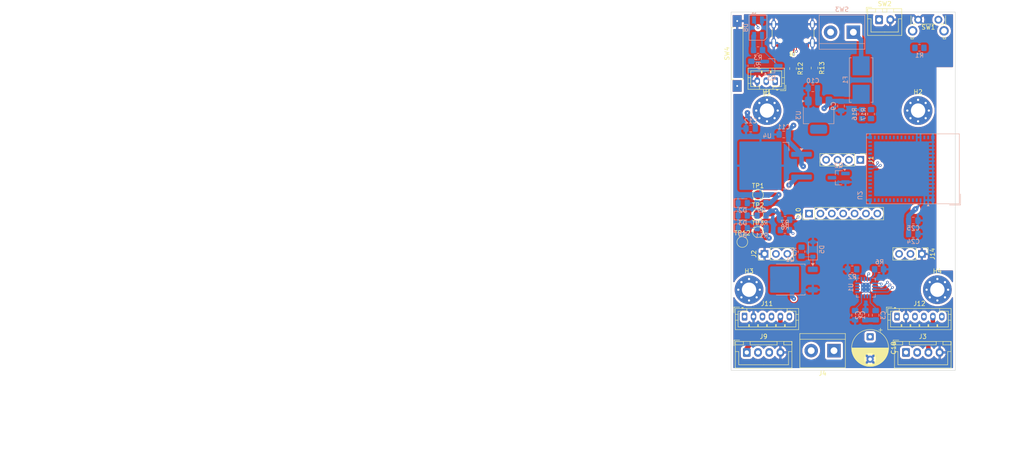
<source format=kicad_pcb>
(kicad_pcb (version 20241229) (generator "pcbnew") (generator_version "9.0")
  (layers (0 "F.Cu" signal) (4 "In1.Cu" signal) (6 "In2.Cu" signal) (2 "B.Cu" signal) (13 "F.Paste" user) (15 "B.Paste" user) (5 "F.SilkS" user "F.Silkscreen") (7 "B.SilkS" user "B.Silkscreen") (1 "F.Mask" user) (3 "B.Mask" user) (25 "Edge.Cuts" user))
  (net 0 "")
  (net 1 "I2C_scl")
  (net 2 "Net-(J1-Pin_1)")
  (net 3 "+3.3V")
  (net 4 "I2C_sda")
  (net 5 "EN_SCREEN")
  (net 6 "GND")
  (net 7 "tft_scl")
  (net 8 "Net-(D8-DOUT)")
  (net 9 "Net-(D8-DIN)")
  (net 10 "tft_dc")
  (net 11 "tft_cs")
  (net 12 "NEOPIXEL")
  (net 13 "tft_rst")
  (net 14 "sw_team")
  (net 15 "sw_tirette")
  (net 16 "motor_enable")
  (net 17 "motor_a+")
  (net 18 "motor_a-")
  (net 19 "motor_b-")
  (net 20 "SERVO1")
  (net 21 "+5V")
  (net 22 "RX_lidar")
  (net 23 "TX_lidar")
  (net 24 "SERVO2")
  (net 25 "+BATT")
  (net 26 "Net-(D2-A)")
  (net 27 "Net-(D3-A)")
  (net 28 "Net-(D4-A)")
  (net 29 "Net-(D5-K)")
  (net 30 "Net-(SW3-A)")
  (net 31 "Net-(J4-Pin_1)")
  (net 32 "Net-(J4-Pin_2)")
  (net 33 "LEVEL_BATTERY")
  (net 35 "Net-(U2-EN)")
  (net 42 "motor_b+")
  (net 44 "motor_a_sense")
  (net 74 "motor_b_sense")
  (net 75 "motor_fault")
  (net 76 "Net-(U1-VCP)")
  (net 77 "Net-(U1-VINT)")
  (net 78 "usb_d-")
  (net 79 "usb_d+")
  (net 80 "Net-(J8-VBUS-PadA4)")
  (net 81 "Net-(J11-Pin_1)")
  (net 82 "Net-(J11-Pin_6)")
  (net 83 "motor_enc_a-")
  (net 84 "motor_enc_a+")
  (net 85 "motor_enc_b-")
  (net 86 "Net-(J12-Pin_6)")
  (net 87 "motor_enc_b+")
  (net 88 "Net-(J12-Pin_1)")
  (net 89 "Net-(J8-CC2)")
  (net 90 "Net-(J8-CC1)")
  (footprint "MountingHole:MountingHole_3.2mm_M3_Pad_Via" (layer "F.Cu") (at 229.697056 48)
    (property "Reference" "H2")
    (property "Value" "MountingHole")
  )
  (footprint "TestPoint:TestPoint_Pad_D2.0mm" (layer "F.Cu") (at 194 66.796)
    (property "Reference" "TP1")
    (property "Value" "TestPoint")
  )
  (footprint "Connector_JST:JST_XH_B4B-XH-A_1x04_P2.50mm_Vertical" (layer "F.Cu") (at 191.5 102)
    (property "Reference" "J9")
    (property "Value" "Conn_01x04_Pin")
  )
  (footprint "Connector_JST:JST_PH_B3B-PH-K_1x03_P2.00mm_Vertical" (layer "F.Cu") (at 197.834 41.444 180)
    (property "Reference" "J7")
    (property "Value" "Conn_01x03_Pin")
  )
  (footprint "TerminalBlock:TerminalBlock_bornier-2_P5.08mm" (layer "F.Cu") (at 210.947 101.6 180)
    (property "Reference" "J4")
    (property "Value" "Conn_01x02_Pin")
  )
  (footprint "MountingHole:MountingHole_3.2mm_M3_Pad_Via" (layer "F.Cu") (at 234 88)
    (property "Reference" "H4")
    (property "Value" "MountingHole")
  )
  (footprint "Connector_JST:JST_PH_B6B-PH-K_1x06_P2.00mm_Vertical" (layer "F.Cu") (at 225 94)
    (property "Reference" "J12")
    (property "Value" "Conn_01x06")
  )
  (footprint "Connector_JST:JST_XH_B2B-XH-A_1x02_P2.50mm_Vertical" (layer "F.Cu") (at 221 27.7125)
    (property "Reference" "SW2")
    (property "Value" "SW_DIP_x01")
  )
  (footprint "Button_Switch_THT:SW_Tactile_SPST_Angled_PTS645Vx39-2LFS" (layer "F.Cu") (at 229.725 27.7125)
    (property "Reference" "SW1")
    (property "Value" "SW_Push")
  )
  (footprint "TestPoint:TestPoint_Pad_D2.0mm" (layer "F.Cu") (at 194 75.12)
    (property "Reference" "TP3")
    (property "Value" "TestPoint")
  )
  (footprint "Connector_PinHeader_2.54mm:PinHeader_1x04_P2.54mm_Vertical" (layer "F.Cu") (at 216.81 59 -90)
    (property "Reference" "J1")
    (property "Value" "Conn_01x04_Socket")
  )
  (footprint "Connector_USB:USB_C_Receptacle_GCT_USB4105-xx-A_16P_TopMnt_Horizontal" (layer "F.Cu") (at 201.82 29.8 180)
    (property "Reference" "J8")
    (property "Value" "USB_C_Receptacle_USB2.0_14P")
  )
  (footprint "TestPoint:TestPoint_Pad_D2.0mm" (layer "F.Cu") (at 194 71.12)
    (property "Reference" "TP2")
    (property "Value" "TestPoint")
  )
  (footprint "Connector_PinHeader_2.54mm:PinHeader_1x03_P2.54mm_Vertical" (layer "F.Cu") (at 230.54 80 -90)
    (property "Reference" "J14")
    (property "Value" "Conn_01x03_Pin")
  )
  (footprint "MountingHole:MountingHole_3.2mm_M3_Pad_Via" (layer "F.Cu") (at 196 48)
    (property "Reference" "H1")
    (property "Value" "MountingHole")
  )
  (footprint "Connector_PinHeader_2.54mm:PinHeader_1x07_P2.54mm_Vertical" (layer "F.Cu") (at 205.38 71 90)
    (property "Reference" "J10")
    (property "Value" "Conn_01x07_Socket")
  )
  (footprint "Connector_JST:JST_XH_B4B-XH-A_1x04_P2.50mm_Vertical" (layer "F.Cu") (at 227 102)
    (property "Reference" "J3")
    (property "Value" "Conn_01x04_Pin")
  )
  (footprint "CustomLibrary:SW_REED" (layer "F.Cu") (at 189.357 35.2645 -90)
    (property "Reference" "SW4")
    (property "Value" "SW_Reed")
  )
  (footprint "Resistor_SMD:R_0805_2012Metric_Pad1.20x1.40mm_HandSolder" (layer "F.Cu") (at 201.803 38.624 -90)
    (property "Reference" "R12")
    (property "Value" "5.1k")
  )
  (footprint "TestPoint:TestPoint_Pad_D2.0mm" (layer "F.Cu") (at 190.5 77.343)
    (property "Reference" "TP12")
    (property "Value" "TestPoint")
  )
  (footprint "Connector_PinHeader_2.54mm:PinHeader_1x03_P2.54mm_Vertical" (layer "F.Cu") (at 195.46 80 90)
    (property "Reference" "J2")
    (property "Value" "Conn_01x03_Pin")
  )
  (footprint "Capacitor_THT:CP_Radial_D8.0mm_P5.00mm" (layer "F.Cu") (at 219 98.5 -90)
    (property "Reference" "C18")
    (property "Value" "220u")
  )
  (footprint "Resistor_SMD:R_0805_2012Metric_Pad1.20x1.40mm_HandSolder" (layer "F.Cu") (at 206.6 38.497 -90)
    (property "Reference" "R13")
    (property "Value" "5.1k")
  )
  (footprint "MountingHole:MountingHole_3.2mm_M3_Pad_Via" (layer "F.Cu") (at 192 88)
    (property "Reference" "H3")
    (property "Value" "MountingHole")
  )
  (footprint "Connector_JST:JST_PH_B6B-PH-K_1x06_P2.00mm_Vertical" (layer "F.Cu") (at 191 94)
    (property "Reference" "J11")
    (property "Value" "Conn_01x06")
  )
  (footprint "Capacitor_SMD:C_0805_2012Metric_Pad1.18x1.45mm_HandSolder" (layer "B.Cu") (at 217.949 93.6875 -90)
    (property "Reference" "C2")
    (property "Value" "10u")
  )
  (footprint "CustomLibrary:SOT-23_Handsoldering_nchannel" (layer "B.Cu") (at 197 38)
    (property "Reference" "Q3")
    (property "Value" "NMOS")
  )
  (footprint "Resistor_SMD:R_0805_2012Metric_Pad1.20x1.40mm_HandSolder" (layer "B.Cu") (at 192.5 38 90)
    (property "Reference" "R4")
    (property "Value" "10k")
  )
  (footprint "Resistor_SMD:R_0805_2012Metric_Pad1.20x1.40mm_HandSolder" (layer "B.Cu") (at 219.202 48.784 -90)
    (property "Reference" "R17")
    (property "Value" "100k")
  )
  (footprint "Package_DFN_QFN:Texas_RTY_WQFN-16-1EP_4x4mm_P0.65mm_EP2.1x2.1mm_ThermalVias" (layer "B.Cu") (at 218.059 87.541 -90)
    (property "Reference" "U1")
    (property "Value" "DRV8833RTY")
  )
  (footprint "Capacitor_SMD:C_0805_2012Metric_Pad1.18x1.45mm_HandSolder" (layer "B.Cu") (at 199.7495 53.34 180)
    (property "Reference" "C11")
    (property "Value" "330n")
  )
  (footprint "Capacitor_SMD:C_0805_2012Metric_Pad1.18x1.45mm_HandSolder" (layer "B.Cu") (at 220.235 93.6875 90)
    (property "Reference" "C3")
    (property "Value" "10n")
  )
  (footprint "Resistor_SMD:R_0805_2012Metric_Pad1.20x1.40mm_HandSolder" (layer "B.Cu") (at 220.996 83.439 180)
    (property "Reference" "R6")
    (property "Value" "0.1")
  )
  (footprint "Capacitor_SMD:C_0805_2012Metric_Pad1.18x1.45mm_HandSolder" (layer "B.Cu") (at 212.518 46.9845 -90)
    (property "Reference" "C9")
    (property "Value" "100n")
  )
  (footprint "Diode_SMD:D_0805_2012Metric_Pad1.15x1.40mm_HandSolder" (layer "B.Cu") (at 190.589 74.24)
    (property "Reference" "D4")
    (property "Value" "LED")
  )
  (footprint "Resistor_SMD:R_0805_2012Metric_Pad1.20x1.40mm_HandSolder" (layer "B.Cu") (at 200.009 74.676 180)
    (property "Reference" "R7")
    (property "Value" "R")
  )
  (footprint "Resistor_SMD:R_0805_2012Metric_Pad1.20x1.40mm_HandSolder" (layer "B.Cu") (at 215.011 83.439)
    (property "Reference" "R2")
    (property "Value" "0.1")
  )
  (footprint "Resistor_SMD:R_0805_2012Metric_Pad1.20x1.40mm_HandSolder" (layer "B.Cu") (at 217.202 48.784 -90)
    (property "Reference" "R16")
    (property "Value" "56k")
  )
  (footprint "CustomLibrary:WSF22N06" (layer "B.Cu") (at 201.182 85.726 180)
    (property "Reference" "Q1")
    (property "Value" "NMOS")
  )
  (footprint "Resistor_SMD:R_0805_2012Metric_Pad1.20x1.40mm_HandSolder" (layer "B.Cu") (at 194 34.5)
    (property "Reference" "R3")
    (property "Value" "10k")
  )
  (footprint "Resistor_SMD:R_0805_2012Metric_Pad1.20x1.40mm_HandSolder" (layer "B.Cu") (at 194.802 74.24)
    (property "Reference" "R11")
    (property "Value" "330")
  )
  (footprint "LED_SMD:LED_SK6812MINI_PLCC4_3.5x3.5mm_P1.75mm" (layer "B.Cu") (at 194 29.5 -90)
    (property "Reference" "D8")
    (property "Value" "SK6812MINI")
  )
  (footprint "Fuse:Fuseholder_Littelfuse_Nano2_154x" (layer "B.Cu") (at 217 41.185 -90)
    (property "Reference" "F1")
    (property "Value" "Fuse")
  )
  (footprint "Resistor_SMD:R_0805_2012Metric_Pad1.20x1.40mm_HandSolder" (layer "B.Cu") (at 230 34)
    (property "Reference" "R1")
    (property "Value" "R")
  )
  (footprint "RF_Module:ESP32-S2-MINI-1" (layer "B.Cu") (at 228.55 61 90)
    (property "Reference" "U2")
    (property "Value" "ESP32-S3-MINI-1")
  )
  (footprint "CustomLibrary:SOT-23_Handsoldering_nchannel" (layer "B.Cu") (at 212 63 180)
    (property "Reference" "Q2")
    (property "Value" "NMOS")
  )
  (footprint "Capacitor_SMD:C_0805_2012Metric_Pad1.18x1.45mm_HandSolder" (layer "B.Cu") (at 192.3625 52.018 180)
    (property "Reference" "C12")
    (property "Value" "100n")
  )
  (footprint "Capacitor_SMD:C_0805_2012Metric_Pad1.18x1.45mm_HandSolder" (layer "B.Cu") (at 228.6215 75.565)
    (property "Reference" "C24")
    (property "Value" "4.7u")
  )
  (footprint "Package_TO_SOT_SMD:TO-263-2" (layer "B.Cu") (at 196.052 60.306 180)
    (property "Reference" "U4")
    (property "Value" "L7805")
  )
  (footprint "Resistor_SMD:R_0805_2012Metric_Pad1.20x1.40mm_HandSolder" (layer "B.Cu") (at 200.041 72.39)
    (property "Reference" "R8")
    (property "Value" "R")
  )
  (footprint "Capacitor_SMD:C_0805_2012Metric_Pad1.18x1.45mm_HandSolder" (layer "B.Cu") (at 228.6215 72.555)
    (property "Reference" "C25")
    (property "Value" "100n")
  )
  (footprint "Diode_SMD:D_0805_2012Metric_Pad1.15x1.40mm_HandSolder" (layer "B.Cu") (at 190.589 68.652)
    (property "Reference" "D2")
    (property "Value" "LED")
  )
  (footprint "Resistor_SMD:R_0805_2012Metric_Pad1.20x1.40mm_HandSolder" (layer "B.Cu") (at 194.786 71.446)
    (property "Reference" "R10")
    (property "Value" "150")
  )
  (footprint "Diode_SMD:D_0805_2012Metric_Pad1.15x1.40mm_HandSolder" (layer "B.Cu") (at 190.589 71.446)
    (property "Reference" "D3")
    (property "Value" "LED")
  )
  (footprint "Package_TO_SOT_SMD:SOT-223-3_TabPin2" (layer "B.Cu") (at 207.518 49.022 -90)
    (property "Reference" "U3")
    (property "Value" "LD1117S33TR_SOT223")
  )
  (footprint "Capacitor_SMD:C_0805_2012Metric_Pad1.18x1.45mm_HandSolder" (layer "B.Cu") (at 206.2265 43.022 180)
    (property "Reference" "C10")
    (property "Value" "10u")
  )
  (footprint "Resistor_SMD:R_0805_2012Metric_Pad1.20x1.40mm_HandSolder" (layer "B.Cu") (at 203.708 79.5 -90)
    (property "Reference" "R5")
    (property "Value" "56k")
  )
  (footprint "Resistor_SMD:R_0805_2012Metric_Pad1.20x1.40mm_HandSolder" (layer "B.Cu") (at 194.786 68.652)
    (property "Reference" "R9")
    (property "Value" "470")
  )
  (footprint "TerminalBlock:TerminalBlock_bornier-2_P5.08mm" (layer "B.Cu") (at 215.265 30.5 180)
    (property "Reference" "SW3")
    (property "Value" "SW_Push_Open")
  )
  (footprint "Capacitor_SMD:C_0805_2012Metric_Pad1.18x1.45mm_HandSolder" (layer "B.Cu") (at 215.663 93.6875 90)
    (property "Reference" "C1")
    (property "Value" "2.2u")
  )
  (footprint "Diode_SMD:D_SOD-123" (layer "B.Cu") (at 206.248 79 90)
    (property "Reference" "D5")
    (property "Value" "D_Zener")
  )
  (gr_rect (start 188 26) (end 238 106) (stroke (width 0.1)) (fill no) (layer "Edge.Cuts"))
  (via (at 201.803 75.438) (size 0.6) (drill 0.3) (layers "F.Cu" "B.Cu") (net 1))
  (segment (start 201.041 74.676) (end 201.803 75.438) (width 0.2) (layer "B.Cu") (net 1))
  (segment (start 201.009 74.676) (end 201.041 74.676) (width 0.2) (layer "B.Cu") (net 1))
  (segment (start 191.5 102) (end 191.5 101.025) (width 1) (layer "F.Cu") (net 3))
  (segment (start 194 71.12) (end 197.157 71.12) (width 1) (layer "F.Cu") (net 3))
  (segment (start 233 96.565) (end 232 97.565) (width 1) (layer "F.Cu") (net 3))
  (segment (start 199 95.259) (end 199 94) (width 1) (layer "F.Cu") (net 3))
  (segment (start 197.157 71.12) (end 197.919 70.358) (width 1) (layer "F.Cu") (net 3))
  (segment (start 195.58 98.679) (end 199 95.259) (width 1) (layer "F.Cu") (net 3))
  (segment (start 193.846 98.679) (end 195.58 98.679) (width 1) (layer "F.Cu") (net 3))
  (segment (start 232 97.565) (end 232 102) (width 1) (layer "F.Cu") (net 3))
  (segment (start 191.5 101.025) (end 193.846 98.679) (width 1) (layer "F.Cu") (net 3))
  (segment (start 233 94) (end 233 96.565) (width 1) (layer "F.Cu") (net 3))
  (via (at 229.108 69.977) (size 1.2) (drill 0.3) (layers "F.Cu" "B.Cu") (net 3))
  (via (at 197.919 70.358) (size 1.2) (drill 0.3) (layers "F.Cu" "B.Cu") (net 3))
  (segment (start 198.676 71.115) (end 197.919 70.358) (width 1) (layer "B.Cu") (net 3))
  (segment (start 227.584 72.555) (end 227.584 71.501) (width 1) (layer "B.Cu") (net 3))
  (segment (start 196.874 70.358) (end 195.786 71.446) (width 1) (layer "B.Cu") (net 3))
  (segment (start 227.584 71.501) (end 229.108 69.977) (width 1) (layer "B.Cu") (net 3))
  (segment (start 198.676 72.39) (end 198.676 71.115) (width 1) (layer "B.Cu") (net 3))
  (segment (start 197.919 70.358) (end 196.874 70.358) (width 1) (layer "B.Cu") (net 3))
  (segment (start 227.584 72.555) (end 227.584 75.565) (width 1) (layer "B.Cu") (net 3))
  (segment (start 207.264 43.022) (end 207.264 45.618) (width 1) (layer "B.Cu") (net 3))
  (segment (start 192.55 38.95) (end 192.5 39) (width 1) (layer "B.Cu") (net 3))
  (segment (start 230.25 68) (end 230.25 68.835) (width 0.2) (layer "B.Cu") (net 3))
  (segment (start 195.5 38.95) (end 192.55 38.95) (width 1) (layer "B.Cu") (net 3))
  (segment (start 207.264 45.618) (end 207.518 45.872) (width 1) (layer "B.Cu") (net 3))
  (segment (start 230.25 68.835) (end 229.108 69.977) (width 0.2) (layer "B.Cu") (net 3))
  (via (at 202.946 71.755) (size 0.6) (drill 0.3) (layers "F.Cu" "B.Cu") (net 4))
  (segment (start 202.311 72.39) (end 202.946 71.755) (width 0.2) (layer "B.Cu") (net 4))
  (segment (start 201.041 72.39) (end 202.311 72.39) (width 0.2) (layer "B.Cu") (net 4))
  (via (at 194 29.5) (size 0.6) (drill 0.3) (layers "F.Cu" "B.Cu") (net 8))
  (segment (start 193.125 28.375) (end 193.125 27.75) (width 0.2) (layer "B.Cu") (net 8))
  (segment (start 194 29.25) (end 193.125 28.375) (width 0.2) (layer "B.Cu") (net 8))
  (segment (start 194 29.5) (end 194 29.25) (width 0.2) (layer "B.Cu") (net 8))
  (segment (start 194.875 33.875) (end 194.875 31.25) (width 0.2) (layer "B.Cu") (net 9))
  (segment (start 195 34.5) (end 195 34) (width 0.2) (layer "B.Cu") (net 9))
  (segment (start 195 34) (end 194.875 33.875) (width 0.2) (layer "B.Cu") (net 9))
  (segment (start 195 34.5) (end 198.5 38) (width 0.2) (layer "B.Cu") (net 9))
  (segment (start 195.5 37.05) (end 192.55 37.05) (width 0.2) (layer "B.Cu") (net 12))
  (segment (start 192.55 37.05) (end 192.5 37) (width 0.2) (layer "B.Cu") (net 12))
  (via (at 223.976642 87.492112) (size 0.6) (drill 0.3) (layers "F.Cu" "B.Cu") (net 19))
  (segment (start 219.9215 88.516) (end 222.952754 88.516) (width 0.2) (layer "B.Cu") (net 19))
  (segment (start 222.952754 88.516) (end 223.976642 87.492112) (width 0.2) (layer "B.Cu") (net 19))
  (segment (start 195.334 76.454) (end 194 75.12) (width 1) (layer "F.Cu") (net 21))
  (segment (start 196.469 76.454) (end 195.334 76.454) (width 1) (layer "F.Cu") (net 21))
  (via (at 196.469 76.454) (size 1.2) (drill 0.3) (layers "F.Cu" "B.Cu") (net 21))
  (via (at 200.914 64.643) (size 1.2) (drill 0.3) (layers "F.Cu" "B.Cu") (net 21))
  (via (at 191.643 48.514) (size 1.2) (drill 0.3) (layers "F.Cu" "B.Cu") (net 21))
  (segment (start 203.702 62.846) (end 202.711 62.846) (width 1) (layer "B.Cu") (net 21))
  (segment (start 195.802 74.24) (end 195.802 75.787) (width 1) (layer "B.Cu") (net 21))
  (segment (start 195.802 75.787) (end 196.469 76.454) (width 1) (layer "B.Cu") (net 21))
  (segment (start 193 34.5) (end 193 31.375) (width 1) (layer "B.Cu") (net 21))
  (segment (start 193 31.375) (end 193.125 31.25) (width 1) (layer "B.Cu") (net 21))
  (segment (start 191.643 49.37198) (end 191.643 48.514) (width 1) (layer "B.Cu") (net 21))
  (segment (start 193.4 52.018) (end 193.4 51.12898) (width 1) (layer "B.Cu") (net 21))
  (segment (start 217.949 94.725) (end 220.235 94.725) (width 1) (layer "B.Cu") (net 21))
  (segment (start 202.711 62.846) (end 200.914 64.643) (width 1) (layer "B.Cu") (net 21))
  (segment (start 193.4 51.12898) (end 191.643 49.37198) (width 1) (layer "B.Cu") (net 21))
  (segment (start 196.215 66.802) (end 196.209 66.796) (width 1) (layer "F.Cu") (net 25))
  (segment (start 196.209 66.796) (end 194 66.796) (width 1) (layer "F.Cu") (net 25))
  (segment (start 198.628 66.802) (end 196.215 66.802) (width 1) (layer "F.Cu") (net 25))
  (via (at 208.747879 47.51394) (size 1.2) (drill 0.3) (layers "F.Cu" "B.Cu") (net 25))
  (via (at 198.628 66.802) (size 1.2) (drill 0.3) (layers "F.Cu" "B.Cu") (net 25))
  (via (at 204.089 60.452) (size 1.2) (drill 0.3) (layers "F.Cu" "B.Cu") (net 25))
  (via (at 201.93 51.308) (size 1.2) (drill 0.3) (layers "F.Cu" "B.Cu") (net 25))
  (segment (start 196.778 68.652) (end 195.786 68.652) (width 1) (layer "B.Cu") (net 25))
  (segment (start 209.818 45.872) (end 209.818 46.443819) (width 1) (layer "B.Cu") (net 25))
  (segment (start 200.787 52.451) (end 201.93 51.308) (width 1) (layer "B.Cu") (net 25))
  (segment (start 203.702 60.065) (end 204.089 60.452) (width 1) (layer "B.Cu") (net 25))
  (segment (start 212.443 45.872) (end 212.518 45.947) (width 1) (layer "B.Cu") (net 25))
  (segment (start 200.787 53.34) (end 200.787 52.451) (width 1) (layer "B.Cu") (net 25))
  (segment (start 209.818 45.872) (end 212.443 45.872) (width 1) (layer "B.Cu") (net 25))
  (segment (start 215.423 45.947) (end 217 44.37) (width 1) (layer "B.Cu") (net 25))
  (segment (start 203.702 57.766) (end 203.702 60.065) (width 1) (layer "B.Cu") (net 25))
  (segment (start 200.787 53.34) (end 200.787 54.851) (width 1) (layer "B.Cu") (net 25))
  (segment (start 209.818 46.443819) (end 208.747879 47.51394) (width 1) (layer "B.Cu") (net 25))
  (segment (start 198.628 66.802) (end 196.778 68.652) (width 1) (layer "B.Cu") (net 25))
  (segment (start 212.518 45.947) (end 215.423 45.947) (width 1) (layer "B.Cu") (net 25))
  (segment (start 200.787 54.851) (end 203.702 57.766) (width 1) (layer "B.Cu") (net 25))
  (segment (start 193.786 68.652) (end 191.614 68.652) (width 0.2) (layer "B.Cu") (net 26))
  (segment (start 193.786 71.446) (end 191.614 71.446) (width 0.2) (layer "B.Cu") (net 27))
  (segment (start 193.802 74.24) (end 191.614 74.24) (width 0.2) (layer "B.Cu") (net 28))
  (segment (start 206.248 83.42) (end 206.222 83.446) (width 0.2) (layer "B.Cu") (net 29))
  (segment (start 203.858 80.65) (end 203.708 80.5) (width 0.2) (layer "B.Cu") (net 29))
  (segment (start 206.248 80.65) (end 206.248 83.42) (width 0.2) (layer "B.Cu") (net 29))
  (segment (start 206.248 80.65) (end 203.858 80.65) (width 0.2) (layer "B.Cu") (net 29))
  (segment (start 217 32.235) (end 215.265 30.5) (width 1) (layer "B.Cu") (net 30))
  (segment (start 217 38) (end 217 32.235) (width 1) (layer "B.Cu") (net 30))
  (via (at 202 90) (size 0.6) (drill 0.3) (layers "F.Cu" "B.Cu") (net 32))
  (segment (start 201.597 89.597) (end 202 90) (width 1) (layer "B.Cu") (net 32))
  (segment (start 201.597 87.251) (end 201.597 89.597) (width 1) (layer "B.Cu") (net 32))
  (via (at 223.410954 86.926426) (size 0.6) (drill 0.3) (layers "F.Cu" "B.Cu") (net 42))
  (segment (start 223.410954 86.926426) (end 222.47138 87.866) (width 0.2) (layer "B.Cu") (net 42))
  (segment (start 222.47138 87.866) (end 219.9215 87.866) (width 0.2) (layer "B.Cu") (net 42))
  (segment (start 219.996 83.439) (end 219.996 84.7165) (width 0.2) (layer "B.Cu") (net 74))
  (segment (start 219.996 84.7165) (end 219.034 85.6785) (width 0.2) (layer "B.Cu") (net 74))
  (via (at 222.866599 86.340183) (size 0.6) (drill 0.3) (layers "F.Cu" "B.Cu") (net 75))
  (segment (start 220.0475 87.342) (end 219.9215 87.216) (width 0.2) (layer "B.Cu") (net 75))
  (segment (start 222.866599 86.378401) (end 221.903 87.342) (width 0.2) (layer "B.Cu") (net 75))
  (segment (start 221.903 87.342) (end 220.0475 87.342) (width 0.2) (layer "B.Cu") (net 75))
  (segment (start 222.866599 86.340183) (end 222.866599 86.378401) (width 0.2) (layer "B.Cu") (net 75))
  (segment (start 220.235 92.65) (end 220.235 92.092) (width 0.2) (layer "B.Cu") (net 76))
  (segment (start 219.034 90.891) (end 219.034 89.4035) (width 0.2) (layer "B.Cu") (net 76))
  (segment (start 220.235 92.092) (end 219.034 90.891) (width 0.2) (layer "B.Cu") (net 76))
  (segment (start 217.084 90.8895) (end 215.663 92.3105) (width 0.2) (layer "B.Cu") (net 77))
  (segment (start 217.084 89.4035) (end 217.084 90.8895) (width 0.2) (layer "B.Cu") (net 77))
  (segment (start 215.663 92.3105) (end 215.663 92.65) (width 0.2) (layer "B.Cu") (net 77))
  (segment (start 202.302824 32.604) (end 202.57 32.871176) (width 0.2) (layer "F.Cu") (net 78))
  (segment (start 202.57 33.48) (end 202.57 34.755139) (width 0.2) (layer "F.Cu") (net 78))
  (segment (start 201.837176 32.604) (end 202.302824 32.604) (width 0.2) (layer "F.Cu") (net 78))
  (segment (start 202.57 32.871176) (end 202.57 33.48) (width 0.2) (layer "F.Cu") (net 78))
  (segment (start 201.57 33.48) (end 201.57 32.871176) (width 0.2) (layer "F.Cu") (net 78))
  (segment (start 202.57 34.755139) (end 202.557411 34.767728) (width 0.2) (layer "F.Cu") (net 78))
  (segment (start 201.57 32.871176) (end 201.837176 32.604) (width 0.2) (layer "F.Cu") (net 78))
  (via (at 221.280521 60.244521) (size 0.6) (drill 0.3) (layers "F.Cu" "B.Cu") (net 78))
  (via (at 202.557411 34.767728) (size 0.6) (drill 0.3) (layers "F.Cu" "B.Cu") (net 78))
  (segment (start 219.800001 60.8) (end 220.442199 60.8) (width 0.2) (layer "B.Cu") (net 78))
  (segment (start 220.442199 60.8) (end 220.997678 60.244521) (width 0.2) (layer "B.Cu") (net 78))
  (segment (start 219.600001 61) (end 219.800001 60.8) (width 0.2) (layer "B.Cu") (net 78))
  (segment (start 220.997678 60.244521) (end 221.280521 60.244521) (width 0.2) (layer "B.Cu") (net 78))
  (segment (start 219 61) (end 219.600001 61) (width 0.2) (layer "B.Cu") (net 78))
  (segment (start 202.07 34.405196) (end 201.956369 34.518827) (width 0.2) (layer "F.Cu") (net 79))
  (segment (start 202.07 33.48) (end 202.07 34.405196) (width 0.2) (layer "F.Cu") (net 79))
  (segment (start 201.956369 34.518827) (end 201.956369 35.36877) (width 0.2) (layer "F.Cu") (net 79))
  (segment (start 201.500003 34.518827) (end 201.956369 34.518827) (width 0.2) (layer "F.Cu") (net 79))
  (segment (start 201.07 33.48) (end 201.07 34.088824) (width 0.2) (layer "F.Cu") (net 79))
  (segment (start 201.07 34.088824) (end 201.500003 34.518827) (width 0.2) (layer "F.Cu") (net 79))
  (via (at 201.956369 35.36877) (size 0.6) (drill 0.3) (layers "F.Cu" "B.Cu") (net 79))
  (via (at 220.679479 59.643479) (size 0.6) (drill 0.3) (layers "F.Cu" "B.Cu") (net 79))
  (segment (start 220.679479 59.926322) (end 220.679479 59.643479) (width 0.2) (layer "B.Cu") (net 79))
  (segment (start 219.600001 60.15) (end 219.800001 60.35) (width 0.2) (layer "B.Cu") (net 79))
  (segment (start 220.255801 60.35) (end 220.679479 59.926322) (width 0.2) (layer "B.Cu") (net 79))
  (segment (start 219.800001 60.35) (end 220.255801 60.35) (width 0.2) (layer "B.Cu") (net 79))
  (segment (start 219 60.15) (end 219.600001 60.15) (width 0.2) (layer "B.Cu") (net 79))
  (segment (start 199.42 33.48) (end 199.42 32.905001) (width 0.2) (layer "F.Cu") (net 80))
  (segment (start 200.122001 32.203) (end 203.517999 32.203) (width 0.2) (layer "F.Cu") (net 80))
  (segment (start 204.22 32.905001) (end 204.22 33.48) (width 0.2) (layer "F.Cu") (net 80))
  (segment (start 199.42 32.905001) (end 200.122001 32.203) (width 0.2) (layer "F.Cu") (net 80))
  (segment (start 203.517999 32.203) (end 204.22 32.905001) (width 0.2) (layer "F.Cu") (net 80))
  (via (at 218.694 84.455) (size 0.6) (drill 0.3) (layers "F.Cu" "B.Cu") (net 86))
  (segment (start 218.384 85.6785) (end 218.384 84.765) (width 0.2) (layer "B.Cu") (net 86))
  (segment (start 218.384 84.765) (end 218.694 84.455) (width 0.2) (layer "B.Cu") (net 86))
  (via (at 221.488 86.741) (size 0.6) (drill 0.3) (layers "F.Cu" "B.Cu") (net 88))
  (segment (start 219.9215 86.566) (end 221.313 86.566) (width 0.2) (layer "B.Cu") (net 88))
  (segment (start 221.313 86.566) (end 221.488 86.741) (width 0.2) (layer "B.Cu") (net 88))
  (segment (start 200.07 35.891) (end 200.07 33.48) (width 0.2) (layer "F.Cu") (net 89))
  (segment (start 201.803 37.624) (end 200.07 35.891) (width 0.2) (layer "F.Cu") (net 89))
  (segment (start 205.105 36.123824) (end 205.105 36.703) (width 0.2) (layer "F.Cu") (net 90))
  (segment (start 205.105 36.703) (end 205.899 37.497) (width 0.2) (layer "F.Cu") (net 90))
  (segment (start 205.899 37.497) (end 206.6 37.497) (width 0.2) (layer "F.Cu") (net 90))
  (segment (start 203.07 33.48) (end 203.07 34.088824) (width 0.2) (layer "F.Cu") (net 90))
  (segment (start 203.07 34.088824) (end 205.105 36.123824) (width 0.2) (layer "F.Cu") (net 90))
  (zone (net 6) (net_name "GND") (layers "F.Cu" "B.Cu") (connect_pads (clearance 0.5)) (min_thickness 0.25) (fill yes (thermal_gap 0.5) (thermal_bridge_width 0.5))
    (polygon (pts (xy 188 26) (xy 238 26) (xy 238 106) (xy 188 106)))
  )
)
</source>
